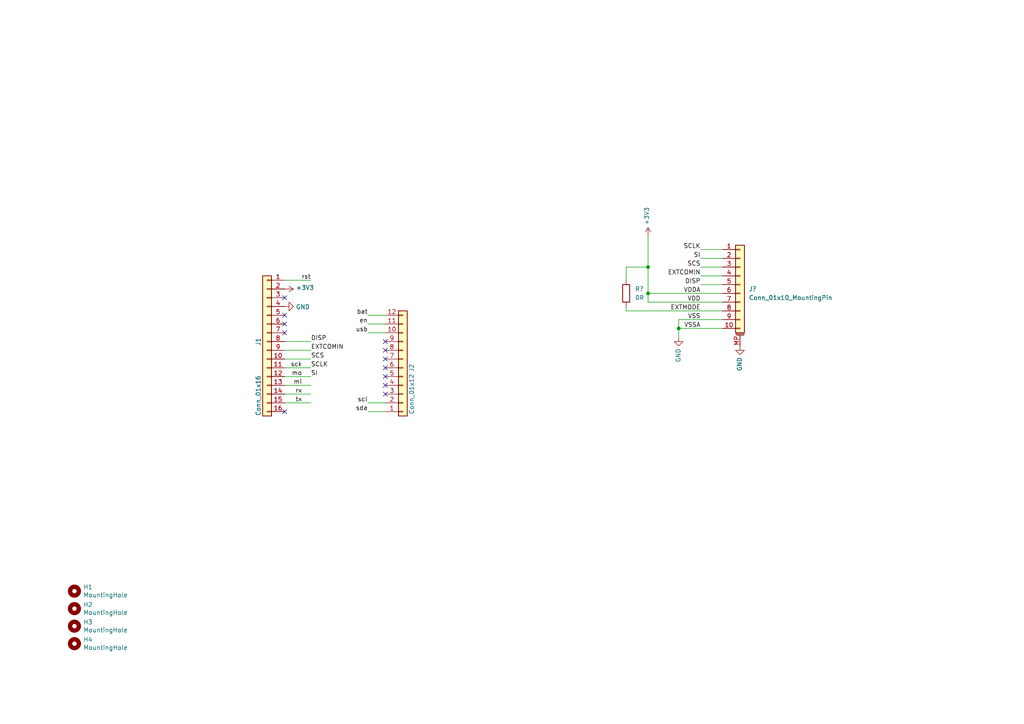
<source format=kicad_sch>
(kicad_sch (version 20230121) (generator eeschema)
  (paper "A4")
  (title_block (title "Sharp Memory LCD") (date "2020-12-22") (rev "r1.0") (company "GsD - @gregdavill"))
  (lib_symbols
    (symbol "Connector_Generic:Conn_01x12" (pin_names (offset 1.016) hide)
      (property "Reference" "J" (at 0 15.24 0))
      (property "Value" "Conn_01x12" (at 0 -17.78 0))
      (symbol "Conn_01x12_1_1"
        (rectangle (start -1.27 -15.113) (end 0 -15.367) (stroke (width 0.1524)))
        (rectangle (start -1.27 -12.573) (end 0 -12.827) (stroke (width 0.1524)))
        (rectangle (start -1.27 -10.033) (end 0 -10.287) (stroke (width 0.1524)))
        (rectangle (start -1.27 -7.493) (end 0 -7.747) (stroke (width 0.1524)))
        (rectangle (start -1.27 -4.953) (end 0 -5.207) (stroke (width 0.1524)))
        (rectangle (start -1.27 -2.413) (end 0 -2.667) (stroke (width 0.1524)))
        (rectangle (start -1.27 0.127) (end 0 -0.127) (stroke (width 0.1524)))
        (rectangle (start -1.27 2.667) (end 0 2.413) (stroke (width 0.1524)))
        (rectangle (start -1.27 5.207) (end 0 4.953) (stroke (width 0.1524)))
        (rectangle (start -1.27 7.747) (end 0 7.493) (stroke (width 0.1524)))
        (rectangle (start -1.27 10.287) (end 0 10.033) (stroke (width 0.1524)))
        (rectangle (start -1.27 12.827) (end 0 12.573) (stroke (width 0.1524)))
        (rectangle (start -1.27 13.97) (end 1.27 -16.51) (stroke (width 0.254)) (fill (type background)))
        (pin passive line (at -5.08 12.7 0) (length 3.81) (name "Pin_1") (number "1"))
        (pin passive line (at -5.08 -10.16 0) (length 3.81) (name "Pin_10") (number "10"))
        (pin passive line (at -5.08 -12.7 0) (length 3.81) (name "Pin_11") (number "11"))
        (pin passive line (at -5.08 -15.24 0) (length 3.81) (name "Pin_12") (number "12"))
        (pin passive line (at -5.08 10.16 0) (length 3.81) (name "Pin_2") (number "2"))
        (pin passive line (at -5.08 7.62 0) (length 3.81) (name "Pin_3") (number "3"))
        (pin passive line (at -5.08 5.08 0) (length 3.81) (name "Pin_4") (number "4"))
        (pin passive line (at -5.08 2.54 0) (length 3.81) (name "Pin_5") (number "5"))
        (pin passive line (at -5.08 0 0) (length 3.81) (name "Pin_6") (number "6"))
        (pin passive line (at -5.08 -2.54 0) (length 3.81) (name "Pin_7") (number "7"))
        (pin passive line (at -5.08 -5.08 0) (length 3.81) (name "Pin_8") (number "8"))
        (pin passive line (at -5.08 -7.62 0) (length 3.81) (name "Pin_9") (number "9"))
      )
    )
    (symbol "Connector_Generic:Conn_01x16" (pin_names (offset 1.016) hide)
      (property "Reference" "J" (at 0 20.32 0))
      (property "Value" "Conn_01x16" (at 0 -22.86 0))
      (symbol "Conn_01x16_1_1"
        (rectangle (start -1.27 -20.193) (end 0 -20.447) (stroke (width 0.1524)))
        (rectangle (start -1.27 -17.653) (end 0 -17.907) (stroke (width 0.1524)))
        (rectangle (start -1.27 -15.113) (end 0 -15.367) (stroke (width 0.1524)))
        (rectangle (start -1.27 -12.573) (end 0 -12.827) (stroke (width 0.1524)))
        (rectangle (start -1.27 -10.033) (end 0 -10.287) (stroke (width 0.1524)))
        (rectangle (start -1.27 -7.493) (end 0 -7.747) (stroke (width 0.1524)))
        (rectangle (start -1.27 -4.953) (end 0 -5.207) (stroke (width 0.1524)))
        (rectangle (start -1.27 -2.413) (end 0 -2.667) (stroke (width 0.1524)))
        (rectangle (start -1.27 0.127) (end 0 -0.127) (stroke (width 0.1524)))
        (rectangle (start -1.27 2.667) (end 0 2.413) (stroke (width 0.1524)))
        (rectangle (start -1.27 5.207) (end 0 4.953) (stroke (width 0.1524)))
        (rectangle (start -1.27 7.747) (end 0 7.493) (stroke (width 0.1524)))
        (rectangle (start -1.27 10.287) (end 0 10.033) (stroke (width 0.1524)))
        (rectangle (start -1.27 12.827) (end 0 12.573) (stroke (width 0.1524)))
        (rectangle (start -1.27 15.367) (end 0 15.113) (stroke (width 0.1524)))
        (rectangle (start -1.27 17.907) (end 0 17.653) (stroke (width 0.1524)))
        (rectangle (start -1.27 19.05) (end 1.27 -21.59) (stroke (width 0.254)) (fill (type background)))
        (pin passive line (at -5.08 17.78 0) (length 3.81) (name "Pin_1") (number "1"))
        (pin passive line (at -5.08 -5.08 0) (length 3.81) (name "Pin_10") (number "10"))
        (pin passive line (at -5.08 -7.62 0) (length 3.81) (name "Pin_11") (number "11"))
        (pin passive line (at -5.08 -10.16 0) (length 3.81) (name "Pin_12") (number "12"))
        (pin passive line (at -5.08 -12.7 0) (length 3.81) (name "Pin_13") (number "13"))
        (pin passive line (at -5.08 -15.24 0) (length 3.81) (name "Pin_14") (number "14"))
        (pin passive line (at -5.08 -17.78 0) (length 3.81) (name "Pin_15") (number "15"))
        (pin passive line (at -5.08 -20.32 0) (length 3.81) (name "Pin_16") (number "16"))
        (pin passive line (at -5.08 15.24 0) (length 3.81) (name "Pin_2") (number "2"))
        (pin passive line (at -5.08 12.7 0) (length 3.81) (name "Pin_3") (number "3"))
        (pin passive line (at -5.08 10.16 0) (length 3.81) (name "Pin_4") (number "4"))
        (pin passive line (at -5.08 7.62 0) (length 3.81) (name "Pin_5") (number "5"))
        (pin passive line (at -5.08 5.08 0) (length 3.81) (name "Pin_6") (number "6"))
        (pin passive line (at -5.08 2.54 0) (length 3.81) (name "Pin_7") (number "7"))
        (pin passive line (at -5.08 0 0) (length 3.81) (name "Pin_8") (number "8"))
        (pin passive line (at -5.08 -2.54 0) (length 3.81) (name "Pin_9") (number "9"))
      )
    )
    (symbol "Connector_Generic_MountingPin:Conn_01x10_MountingPin" (pin_names (offset 1.016) hide)
      (property "Reference" "J" (at 0 12.7 0))
      (property "Value" "Conn_01x10_MountingPin" (at 1.27 -15.24 0))
      (symbol "Conn_01x10_MountingPin_1_1"
        (rectangle (start -1.27 -12.573) (end 0 -12.827) (stroke (width 0.1524)))
        (rectangle (start -1.27 -10.033) (end 0 -10.287) (stroke (width 0.1524)))
        (rectangle (start -1.27 -7.493) (end 0 -7.747) (stroke (width 0.1524)))
        (rectangle (start -1.27 -4.953) (end 0 -5.207) (stroke (width 0.1524)))
        (rectangle (start -1.27 -2.413) (end 0 -2.667) (stroke (width 0.1524)))
        (rectangle (start -1.27 0.127) (end 0 -0.127) (stroke (width 0.1524)))
        (rectangle (start -1.27 2.667) (end 0 2.413) (stroke (width 0.1524)))
        (rectangle (start -1.27 5.207) (end 0 4.953) (stroke (width 0.1524)))
        (rectangle (start -1.27 7.747) (end 0 7.493) (stroke (width 0.1524)))
        (rectangle (start -1.27 10.287) (end 0 10.033) (stroke (width 0.1524)))
        (rectangle (start -1.27 11.43) (end 1.27 -13.97) (stroke (width 0.254)) (fill (type background)))
        (polyline (pts (xy -1.016 -14.732) (xy 1.016 -14.732)) (stroke (width 0.1524)))
        (text "Mounting" (at 0 -14.351 0) (effects (font (size 0.381 0.381))))
        (pin passive line (at -5.08 10.16 0) (length 3.81) (name "Pin_1") (number "1"))
        (pin passive line (at -5.08 -12.7 0) (length 3.81) (name "Pin_10") (number "10"))
        (pin passive line (at -5.08 7.62 0) (length 3.81) (name "Pin_2") (number "2"))
        (pin passive line (at -5.08 5.08 0) (length 3.81) (name "Pin_3") (number "3"))
        (pin passive line (at -5.08 2.54 0) (length 3.81) (name "Pin_4") (number "4"))
        (pin passive line (at -5.08 0 0) (length 3.81) (name "Pin_5") (number "5"))
        (pin passive line (at -5.08 -2.54 0) (length 3.81) (name "Pin_6") (number "6"))
        (pin passive line (at -5.08 -5.08 0) (length 3.81) (name "Pin_7") (number "7"))
        (pin passive line (at -5.08 -7.62 0) (length 3.81) (name "Pin_8") (number "8"))
        (pin passive line (at -5.08 -10.16 0) (length 3.81) (name "Pin_9") (number "9"))
        (pin passive line (at 0 -17.78 90) (length 3.048) (name "MountPin") (number "MP"))
      )
    )
    (symbol "Device:R" (pin_numbers hide) (pin_names (offset 0))
      (property "Reference" "R" (at 2.032 0 90))
      (property "Value" "R" (at 0 0 90))
      (symbol "R_0_1"
        (rectangle (start -1.016 -2.54) (end 1.016 2.54) (stroke (width 0.254)))
      )
      (symbol "R_1_1"
        (pin passive line (at 0 3.81 270) (length 1.27) (name "~") (number "1"))
        (pin passive line (at 0 -3.81 90) (length 1.27) (name "~") (number "2"))
      )
    )
    (symbol "Mechanical:MountingHole" (pin_names (offset 1.016))
      (property "Reference" "H" (at 0 5.08 0))
      (property "Value" "MountingHole" (at 0 3.175 0))
      (symbol "MountingHole_0_1"
        (circle (center 0 0) (radius 1.27) (stroke (width 1.27)))
      )
    )
    (symbol "power:+3V3" (power) (pin_names (offset 0))
      (property "Value" "+3V3" (at 0 3.556 0))
      (symbol "+3V3_0_1"
        (polyline (pts (xy -0.762 1.27) (xy 0 2.54)))
        (polyline (pts (xy 0 0) (xy 0 2.54)))
        (polyline (pts (xy 0 2.54) (xy 0.762 1.27)))
      )
      (symbol "+3V3_1_1"
        (pin power_in line (at 0 0 90) (length 0) hide (name "+3V3") (number "1"))
      )
    )
    (symbol "power:GND" (power) (pin_names (offset 0))
      (property "Value" "GND" (at 0 -3.81 0))
      (symbol "GND_0_1"
        (polyline (pts (xy 0 0) (xy 0 -1.27) (xy 1.27 -1.27) (xy 0 -2.54) (xy -1.27 -1.27) (xy 0 -1.27)))
      )
      (symbol "GND_1_1"
        (pin power_in line (at 0 0 270) (length 0) hide (name "GND") (number "1"))
      )
    )
  )
  (bus_alias "GPDI" (members "CK_N" "CK_P" "D0_N" "D0_P" "D1_N" "D1_P" "D2_N" "D2_P"))
  (junction (at 196.85 95.25) (diameter 0.9144))
  (junction (at 187.96 85.09) (diameter 0.9144))
  (junction (at 187.96 77.47) (diameter 0.9144))
  (no_connect (at 82.55 93.98))
  (no_connect (at 82.55 96.52))
  (no_connect (at 82.55 91.44))
  (no_connect (at 111.76 106.68))
  (no_connect (at 111.76 114.3))
  (no_connect (at 111.76 109.22))
  (no_connect (at 82.55 119.38))
  (no_connect (at 111.76 101.6))
  (no_connect (at 111.76 111.76))
  (no_connect (at 111.76 99.06))
  (no_connect (at 82.55 86.36))
  (no_connect (at 111.76 104.14))
  (wire (pts (xy 181.61 90.17) (xy 209.55 90.17)))
  (wire (pts (xy 187.96 87.63) (xy 209.55 87.63)))
  (wire (pts (xy 82.55 109.22) (xy 90.17 109.22)))
  (wire (pts (xy 203.2 82.55) (xy 209.55 82.55)))
  (wire (pts (xy 196.85 95.25) (xy 196.85 97.79)))
  (wire (pts (xy 187.96 85.09) (xy 209.55 85.09)))
  (wire (pts (xy 82.55 99.06) (xy 90.17 99.06)))
  (wire (pts (xy 90.17 111.76) (xy 82.55 111.76)))
  (wire (pts (xy 181.61 81.28) (xy 181.61 77.47)))
  (wire (pts (xy 181.61 77.47) (xy 187.96 77.47)))
  (wire (pts (xy 111.76 91.44) (xy 106.68 91.44)))
  (wire (pts (xy 82.55 104.14) (xy 90.17 104.14)))
  (wire (pts (xy 181.61 90.17) (xy 181.61 88.9)))
  (wire (pts (xy 196.85 92.71) (xy 209.55 92.71)))
  (wire (pts (xy 111.76 93.98) (xy 106.68 93.98)))
  (wire (pts (xy 106.68 119.38) (xy 111.76 119.38)))
  (wire (pts (xy 203.2 74.93) (xy 209.55 74.93)))
  (wire (pts (xy 82.55 114.3) (xy 90.17 114.3)))
  (wire (pts (xy 111.76 116.84) (xy 106.68 116.84)))
  (wire (pts (xy 196.85 92.71) (xy 196.85 95.25)))
  (wire (pts (xy 196.85 95.25) (xy 209.55 95.25)))
  (wire (pts (xy 82.55 81.28) (xy 90.17 81.28)))
  (wire (pts (xy 203.2 72.39) (xy 209.55 72.39)))
  (wire (pts (xy 203.2 77.47) (xy 209.55 77.47)))
  (wire (pts (xy 90.17 106.68) (xy 82.55 106.68)))
  (wire (pts (xy 187.96 77.47) (xy 187.96 68.58)))
  (wire (pts (xy 111.76 96.52) (xy 106.68 96.52)))
  (wire (pts (xy 203.2 80.01) (xy 209.55 80.01)))
  (wire (pts (xy 187.96 85.09) (xy 187.96 77.47)))
  (wire (pts (xy 187.96 87.63) (xy 187.96 85.09)))
  (wire (pts (xy 82.55 101.6) (xy 90.17 101.6)))
  (wire (pts (xy 90.17 116.84) (xy 82.55 116.84)))
  (label "bat" (at 106.68 91.44 180))
  (label "SCS" (at 90.17 104.14 0))
  (label "mo" (at 87.63 109.22 180))
  (label "sda" (at 106.68 119.38 180))
  (label "en" (at 106.68 93.98 180))
  (label "SCLK" (at 203.2 72.39 180))
  (label "EXTCOMIN" (at 90.17 101.6 0))
  (label "mi" (at 87.63 111.76 180))
  (label "SCS" (at 203.2 77.47 180))
  (label "VSSA" (at 203.2 95.25 180))
  (label "sck" (at 87.63 106.68 180))
  (label "DISP" (at 90.17 99.06 0))
  (label "tx" (at 87.63 116.84 180))
  (label "SI" (at 203.2 74.93 180))
  (label "DISP" (at 203.2 82.55 180))
  (label "VDD" (at 203.2 87.63 180))
  (label "rx" (at 87.63 114.3 180))
  (label "VDDA" (at 203.2 85.09 180))
  (label "EXTCOMIN" (at 203.2 80.01 180))
  (label "scl" (at 106.68 116.84 180))
  (label "SI" (at 90.17 109.22 0))
  (label "SCLK" (at 90.17 106.68 0))
  (label "VSS" (at 203.2 92.71 180))
  (label "rst" (at 90.17 81.28 180))
  (label "usb" (at 106.68 96.52 180))
  (label "EXTMODE" (at 203.2 90.17 180))
  (symbol (lib_id "Mechanical:MountingHole") (at 21.59 181.61 0) (unit 1)
    (property "Reference" "H3" (at 24.13 180.4416 0) (effects (justify left)))
    (property "Value" "MountingHole" (at 24.13 182.753 0) (effects (justify left)))
    (property "Footprint" "MountingHole:MountingHole_2.7mm_M2.5" (effects hide))
  )
  (symbol (lib_id "Connector_Generic_MountingPin:Conn_01x10_MountingPin") (at 214.63 82.55 0) (unit 1)
    (property "Reference" "J?" (at 217.17 83.82 0) (effects (justify left)))
    (property "Value" "Conn_01x10_MountingPin" (at 217.17 86.36 0) (effects (justify left)))
    (property "Footprint" "Connector_FFC-FPC:Hirose_FH12-10S-0.5SH_1x10-1MP_P0.50mm_Horizontal" (effects hide))
  )
  (symbol (lib_id "Mechanical:MountingHole") (at 21.59 186.69 0) (unit 1)
    (property "Reference" "H4" (at 24.13 185.5216 0) (effects (justify left)))
    (property "Value" "MountingHole" (at 24.13 187.833 0) (effects (justify left)))
    (property "Footprint" "MountingHole:MountingHole_2.7mm_M2.5" (effects hide))
  )
  (symbol (lib_id "Device:R") (at 181.61 85.09 0) (unit 1)
    (property "Reference" "R?" (at 184.15 83.82 0) (effects (justify left)))
    (property "Value" "0R" (at 184.15 86.36 0) (effects (justify left)))
    (property "Footprint" "Resistor_SMD:R_0402_1005Metric" (effects hide))
  )
  (symbol (lib_id "power:+3V3") (at 82.55 83.82 270) (mirror x) (unit 1)
    (property "Reference" "#PWR0102" (effects hide))
    (property "Value" "+3V3" (at 85.8012 83.439 90) (effects (justify left)))
  )
  (symbol (lib_id "Connector_Generic:Conn_01x16") (at 77.47 99.06 0) (mirror y) (unit 1)
    (property "Reference" "J1" (at 74.93 100.33 90) (effects (justify left)))
    (property "Value" "Conn_01x16" (at 74.93 120.65 90) (effects (justify left)))
    (property "Footprint" "Connector_PinHeader_2.54mm:PinHeader_1x16_P2.54mm_Vertical" (effects hide))
  )
  (symbol (lib_id "Connector_Generic:Conn_01x12") (at 116.84 106.68 0) (mirror x) (unit 1)
    (property "Reference" "J2" (at 119.38 106.68 90))
    (property "Value" "Conn_01x12" (at 119.38 114.3 90))
    (property "Footprint" "Connector_PinHeader_2.54mm:PinHeader_1x12_P2.54mm_Vertical" (effects hide))
  )
  (symbol (lib_id "power:GND") (at 196.85 97.79 0) (mirror y) (unit 1)
    (property "Reference" "#PWR?" (effects hide))
    (property "Value" "GND" (at 196.723 101.0412 90) (effects (justify right)))
  )
  (symbol (lib_id "Mechanical:MountingHole") (at 21.59 176.53 0) (unit 1)
    (property "Reference" "H2" (at 24.13 175.3616 0) (effects (justify left)))
    (property "Value" "MountingHole" (at 24.13 177.673 0) (effects (justify left)))
    (property "Footprint" "MountingHole:MountingHole_2.7mm_M2.5" (effects hide))
  )
  (symbol (lib_id "power:GND") (at 214.63 100.33 0) (mirror y) (unit 1)
    (property "Reference" "#PWR?" (effects hide))
    (property "Value" "GND" (at 214.503 103.5812 90) (effects (justify right)))
  )
  (symbol (lib_id "power:+3V3") (at 187.96 68.58 0) (mirror y) (unit 1)
    (property "Reference" "#PWR?" (effects hide))
    (property "Value" "+3V3" (at 187.579 65.3288 90) (effects (justify left)))
  )
  (symbol (lib_id "Mechanical:MountingHole") (at 21.59 171.45 0) (unit 1)
    (property "Reference" "H1" (at 24.13 170.2816 0) (effects (justify left)))
    (property "Value" "MountingHole" (at 24.13 172.593 0) (effects (justify left)))
    (property "Footprint" "MountingHole:MountingHole_2.7mm_M2.5" (effects hide))
  )
  (symbol (lib_id "power:GND") (at 82.55 88.9 90) (mirror x) (unit 1)
    (property "Reference" "#PWR0101" (effects hide))
    (property "Value" "GND" (at 85.8012 89.027 90) (effects (justify right)))
  )
)
</source>
